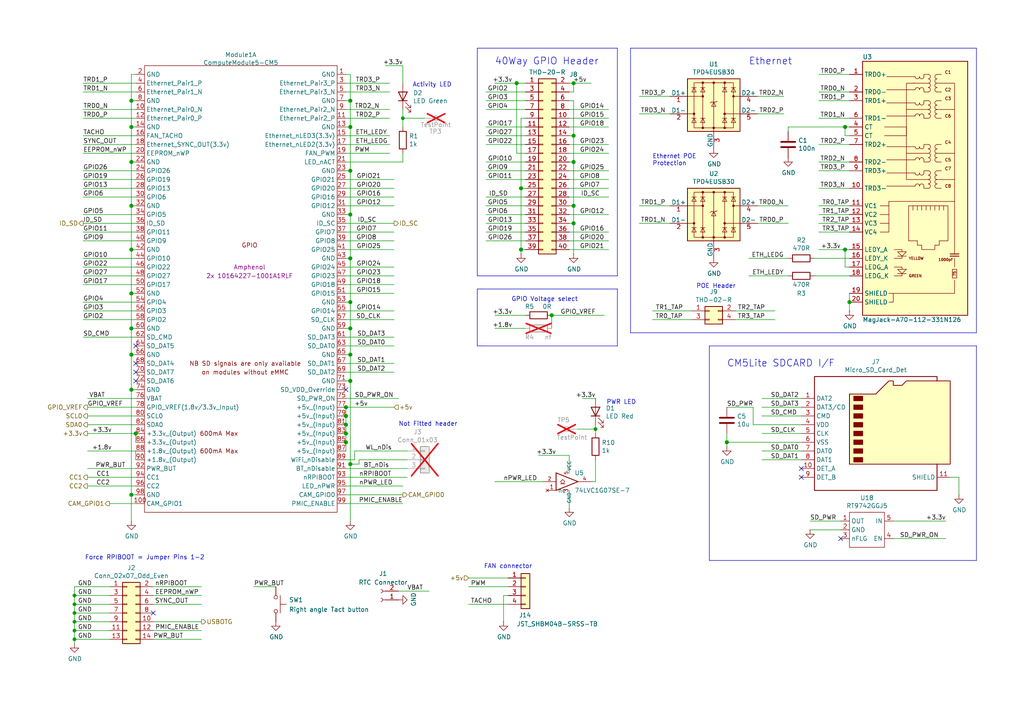
<source format=kicad_sch>
(kicad_sch (version 20231120) (generator "eeschema") (generator_version "8.0")
  (paper "A4")
  (title_block (title "Compute Module 5 IO Board - GPIO - Ethernet") (rev "1") (company "Copyright © 2024 Raspberry Pi Ltd.") (comment 1 "www.raspberrypi.com"))
  (junction (at 101.6 36.83) (diameter 1.016))
  (junction (at 245.11 72.39) (diameter 1.016))
  (junction (at 101.6 29.21) (diameter 1.016))
  (junction (at 101.6 102.87) (diameter 1.016))
  (junction (at 38.1 113.03) (diameter 1.016))
  (junction (at 246.38 87.63) (diameter 1.016))
  (junction (at 38.1 46.99) (diameter 1.016))
  (junction (at 100.33 125.73) (diameter 1.016))
  (junction (at 151.13 54.61) (diameter 1.016))
  (junction (at 166.37 39.37) (diameter 1.016))
  (junction (at 21.59 175.26))
  (junction (at 38.1 72.39) (diameter 1.016))
  (junction (at 100.33 123.19) (diameter 1.016))
  (junction (at 38.1 143.51) (diameter 1.016))
  (junction (at 166.37 59.69) (diameter 1.016))
  (junction (at 38.1 59.69) (diameter 1.016))
  (junction (at 101.6 62.23) (diameter 1.016))
  (junction (at 38.1 95.25) (diameter 1.016))
  (junction (at 100.33 118.11) (diameter 1.016))
  (junction (at 101.6 95.25) (diameter 1.016))
  (junction (at 166.37 64.77) (diameter 1.016))
  (junction (at 210.82 128.27) (diameter 1.016))
  (junction (at 166.37 24.13) (diameter 1.016))
  (junction (at 101.6 87.63) (diameter 1.016))
  (junction (at 166.37 46.99) (diameter 1.016))
  (junction (at 38.1 85.09) (diameter 1.016))
  (junction (at 100.33 120.65) (diameter 1.016))
  (junction (at 172.72 124.46))
  (junction (at 38.1 36.83) (diameter 1.016))
  (junction (at 39.37 125.73) (diameter 1.016))
  (junction (at 21.59 172.72))
  (junction (at 38.1 102.87) (diameter 1.016))
  (junction (at 160.02 91.44) (diameter 1.016))
  (junction (at 38.1 29.21) (diameter 1.016))
  (junction (at 21.59 177.8))
  (junction (at 245.11 36.83) (diameter 1.016))
  (junction (at 100.33 128.27) (diameter 1.016))
  (junction (at 116.84 34.29))
  (junction (at 151.13 72.39) (diameter 1.016))
  (junction (at 21.59 185.42))
  (junction (at 101.6 110.49) (diameter 1.016))
  (junction (at 101.6 134.62) (diameter 1.016))
  (junction (at 101.6 49.53) (diameter 1.016))
  (junction (at 21.59 182.88))
  (junction (at 21.59 180.34))
  (junction (at 101.6 74.93) (diameter 1.016))
  (junction (at 149.86 24.13) (diameter 1.016))
  (no_connect (at 39.37 107.95))
  (no_connect (at 100.33 113.03))
  (no_connect (at 39.37 100.33))
  (no_connect (at 243.84 156.21))
  (no_connect (at 39.37 105.41))
  (no_connect (at 232.41 138.43))
  (no_connect (at 232.41 135.89))
  (no_connect (at 44.45 177.8))
  (no_connect (at 39.37 110.49))
  (wire (pts (xy 275.59 138.43) (xy 278.13 138.43)))
  (wire (pts (xy 101.6 110.49) (xy 101.6 134.62)))
  (polyline (pts (xy 138.43 13.97) (xy 138.43 80.01)) (stroke (width 0) (type solid)))
  (wire (pts (xy 44.45 175.26) (xy 58.42 175.26)))
  (polyline (pts (xy 138.43 80.01) (xy 179.07 80.01)) (stroke (width 0) (type solid)))
  (wire (pts (xy 100.33 135.89) (xy 118.11 135.89)))
  (wire (pts (xy 100.33 102.87) (xy 101.6 102.87)))
  (wire (pts (xy 24.13 90.17) (xy 39.37 90.17)))
  (wire (pts (xy 39.37 133.35) (xy 39.37 130.81)))
  (wire (pts (xy 237.49 41.91) (xy 246.38 41.91)))
  (wire (pts (xy 165.1 52.07) (xy 176.53 52.07)))
  (wire (pts (xy 24.13 44.45) (xy 39.37 44.45)))
  (wire (pts (xy 100.33 95.25) (xy 101.6 95.25)))
  (wire (pts (xy 165.1 34.29) (xy 176.53 34.29)))
  (wire (pts (xy 101.6 102.87) (xy 101.6 110.49)))
  (wire (pts (xy 100.33 100.33) (xy 114.3 100.33)))
  (wire (pts (xy 217.17 74.93) (xy 228.6 74.93)))
  (wire (pts (xy 39.37 128.27) (xy 39.37 125.73)))
  (wire (pts (xy 21.59 172.72) (xy 31.75 172.72)))
  (wire (pts (xy 115.57 171.45) (xy 124.46 171.45)))
  (wire (pts (xy 100.33 118.11) (xy 114.3 118.11)))
  (wire (pts (xy 101.6 36.83) (xy 101.6 49.53)))
  (wire (pts (xy 44.45 172.72) (xy 58.42 172.72)))
  (polyline (pts (xy 179.07 83.82) (xy 179.07 100.33)) (stroke (width 0) (type solid)))
  (wire (pts (xy 24.13 92.71) (xy 39.37 92.71)))
  (wire (pts (xy 116.84 36.83) (xy 116.84 34.29)))
  (wire (pts (xy 24.13 31.75) (xy 39.37 31.75)))
  (wire (pts (xy 24.13 77.47) (xy 39.37 77.47)))
  (wire (pts (xy 100.33 29.21) (xy 101.6 29.21)))
  (wire (pts (xy 220.98 120.65) (xy 232.41 120.65)))
  (wire (pts (xy 21.59 170.18) (xy 31.75 170.18)))
  (wire (pts (xy 100.33 90.17) (xy 114.3 90.17)))
  (wire (pts (xy 21.59 185.42) (xy 31.75 185.42)))
  (wire (pts (xy 24.13 82.55) (xy 39.37 82.55)))
  (wire (pts (xy 166.37 64.77) (xy 166.37 59.69)))
  (wire (pts (xy 24.13 80.01) (xy 39.37 80.01)))
  (wire (pts (xy 100.33 34.29) (xy 113.03 34.29)))
  (wire (pts (xy 39.37 36.83) (xy 38.1 36.83)))
  (wire (pts (xy 100.33 44.45) (xy 113.03 44.45)))
  (wire (pts (xy 100.33 31.75) (xy 113.03 31.75)))
  (wire (pts (xy 102.87 133.35) (xy 102.87 130.81)))
  (wire (pts (xy 24.13 67.31) (xy 39.37 67.31)))
  (wire (pts (xy 237.49 59.69) (xy 246.38 59.69)))
  (wire (pts (xy 104.14 133.35) (xy 118.11 133.35)))
  (wire (pts (xy 100.33 87.63) (xy 101.6 87.63)))
  (wire (pts (xy 166.37 39.37) (xy 166.37 46.99)))
  (wire (pts (xy 24.13 39.37) (xy 39.37 39.37)))
  (wire (pts (xy 39.37 21.59) (xy 38.1 21.59)))
  (wire (pts (xy 101.6 21.59) (xy 101.6 29.21)))
  (wire (pts (xy 236.22 80.01) (xy 246.38 80.01)))
  (wire (pts (xy 101.6 29.21) (xy 101.6 36.83)))
  (wire (pts (xy 38.1 143.51) (xy 38.1 151.13)))
  (wire (pts (xy 165.1 67.31) (xy 176.53 67.31)))
  (wire (pts (xy 146.05 172.72) (xy 146.05 180.34)))
  (wire (pts (xy 219.71 33.02) (xy 227.33 33.02)))
  (wire (pts (xy 165.1 142.24) (xy 165.1 147.32)))
  (wire (pts (xy 100.33 57.15) (xy 114.3 57.15)))
  (wire (pts (xy 167.64 124.46) (xy 172.72 124.46)))
  (wire (pts (xy 165.1 137.16) (xy 165.1 132.08)))
  (wire (pts (xy 100.33 143.51) (xy 116.84 143.51)))
  (wire (pts (xy 166.37 46.99) (xy 165.1 46.99)))
  (wire (pts (xy 100.33 107.95) (xy 114.3 107.95)))
  (wire (pts (xy 100.33 80.01) (xy 114.3 80.01)))
  (wire (pts (xy 151.13 72.39) (xy 151.13 73.66)))
  (wire (pts (xy 25.4 138.43) (xy 39.37 138.43)))
  (wire (pts (xy 101.6 95.25) (xy 101.6 102.87)))
  (wire (pts (xy 38.1 72.39) (xy 38.1 85.09)))
  (wire (pts (xy 213.36 92.71) (xy 224.79 92.71)))
  (wire (pts (xy 210.82 128.27) (xy 232.41 128.27)))
  (wire (pts (xy 101.6 49.53) (xy 101.6 62.23)))
  (wire (pts (xy 143.51 95.25) (xy 152.4 95.25)))
  (wire (pts (xy 24.13 74.93) (xy 39.37 74.93)))
  (polyline (pts (xy 182.88 13.97) (xy 283.21 13.97)) (stroke (width 0) (type solid)))
  (wire (pts (xy 100.33 140.97) (xy 116.84 140.97)))
  (wire (pts (xy 165.1 36.83) (xy 176.53 36.83)))
  (wire (pts (xy 149.86 44.45) (xy 152.4 44.45)))
  (wire (pts (xy 39.37 29.21) (xy 38.1 29.21)))
  (wire (pts (xy 21.59 180.34) (xy 31.75 180.34)))
  (wire (pts (xy 213.36 90.17) (xy 224.79 90.17)))
  (wire (pts (xy 44.45 182.88) (xy 58.42 182.88)))
  (polyline (pts (xy 179.07 13.97) (xy 138.43 13.97)) (stroke (width 0) (type solid)))
  (wire (pts (xy 25.4 140.97) (xy 39.37 140.97)))
  (wire (pts (xy 25.4 135.89) (xy 39.37 135.89)))
  (wire (pts (xy 189.23 90.17) (xy 200.66 90.17)))
  (wire (pts (xy 100.33 128.27) (xy 100.33 130.81)))
  (wire (pts (xy 44.45 170.18) (xy 58.42 170.18)))
  (wire (pts (xy 243.84 153.67) (xy 234.95 153.67)))
  (wire (pts (xy 246.38 36.83) (xy 245.11 36.83)))
  (wire (pts (xy 194.31 64.77) (xy 185.42 64.77)))
  (wire (pts (xy 140.97 49.53) (xy 152.4 49.53)))
  (wire (pts (xy 100.33 41.91) (xy 113.03 41.91)))
  (wire (pts (xy 21.59 177.8) (xy 21.59 180.34)))
  (wire (pts (xy 100.33 115.57) (xy 115.57 115.57)))
  (wire (pts (xy 114.3 97.79) (xy 100.33 97.79)))
  (wire (pts (xy 24.13 26.67) (xy 39.37 26.67)))
  (wire (pts (xy 166.37 24.13) (xy 171.45 24.13)))
  (wire (pts (xy 217.17 80.01) (xy 228.6 80.01)))
  (wire (pts (xy 24.13 49.53) (xy 39.37 49.53)))
  (wire (pts (xy 243.84 151.13) (xy 234.95 151.13)))
  (wire (pts (xy 140.97 59.69) (xy 152.4 59.69)))
  (wire (pts (xy 100.33 120.65) (xy 100.33 123.19)))
  (wire (pts (xy 237.49 26.67) (xy 246.38 26.67)))
  (wire (pts (xy 100.33 74.93) (xy 101.6 74.93)))
  (wire (pts (xy 100.33 39.37) (xy 113.03 39.37)))
  (wire (pts (xy 140.97 67.31) (xy 152.4 67.31)))
  (wire (pts (xy 210.82 125.73) (xy 210.82 128.27)))
  (wire (pts (xy 165.1 41.91) (xy 176.53 41.91)))
  (polyline (pts (xy 139.7 83.82) (xy 179.07 83.82)) (stroke (width 0) (type solid)))
  (polyline (pts (xy 283.21 162.56) (xy 205.74 162.56)) (stroke (width 0) (type solid)))
  (wire (pts (xy 140.97 46.99) (xy 152.4 46.99)))
  (wire (pts (xy 100.33 138.43) (xy 118.11 138.43)))
  (wire (pts (xy 38.1 95.25) (xy 39.37 95.25)))
  (wire (pts (xy 44.45 185.42) (xy 58.42 185.42)))
  (wire (pts (xy 218.44 123.19) (xy 218.44 118.11)))
  (wire (pts (xy 38.1 102.87) (xy 38.1 113.03)))
  (wire (pts (xy 38.1 85.09) (xy 38.1 95.25)))
  (wire (pts (xy 31.75 146.05) (xy 39.37 146.05)))
  (wire (pts (xy 116.84 19.05) (xy 116.84 24.13)))
  (wire (pts (xy 152.4 34.29) (xy 151.13 34.29)))
  (wire (pts (xy 237.49 64.77) (xy 246.38 64.77)))
  (wire (pts (xy 21.59 175.26) (xy 31.75 175.26)))
  (wire (pts (xy 116.84 34.29) (xy 116.84 31.75)))
  (wire (pts (xy 236.22 74.93) (xy 246.38 74.93)))
  (wire (pts (xy 140.97 62.23) (xy 152.4 62.23)))
  (wire (pts (xy 237.49 29.21) (xy 246.38 29.21)))
  (wire (pts (xy 165.1 72.39) (xy 176.53 72.39)))
  (wire (pts (xy 165.1 24.13) (xy 166.37 24.13)))
  (wire (pts (xy 104.14 134.62) (xy 104.14 133.35)))
  (wire (pts (xy 101.6 134.62) (xy 101.6 151.13)))
  (wire (pts (xy 278.13 138.43) (xy 278.13 143.51)))
  (wire (pts (xy 38.1 59.69) (xy 38.1 72.39)))
  (wire (pts (xy 21.59 177.8) (xy 31.75 177.8)))
  (wire (pts (xy 38.1 113.03) (xy 39.37 113.03)))
  (wire (pts (xy 38.1 72.39) (xy 39.37 72.39)))
  (wire (pts (xy 24.13 54.61) (xy 39.37 54.61)))
  (wire (pts (xy 100.33 52.07) (xy 114.3 52.07)))
  (wire (pts (xy 246.38 87.63) (xy 246.38 90.17)))
  (wire (pts (xy 25.4 130.81) (xy 39.37 130.81)))
  (wire (pts (xy 24.13 97.79) (xy 39.37 97.79)))
  (wire (pts (xy 237.49 49.53) (xy 246.38 49.53)))
  (wire (pts (xy 24.13 24.13) (xy 39.37 24.13)))
  (polyline (pts (xy 283.21 100.33) (xy 283.21 162.56)) (stroke (width 0) (type solid)))
  (wire (pts (xy 100.33 62.23) (xy 101.6 62.23)))
  (wire (pts (xy 143.51 24.13) (xy 149.86 24.13)))
  (wire (pts (xy 246.38 85.09) (xy 246.38 87.63)))
  (wire (pts (xy 100.33 24.13) (xy 113.03 24.13)))
  (wire (pts (xy 100.33 36.83) (xy 101.6 36.83)))
  (wire (pts (xy 38.1 95.25) (xy 38.1 102.87)))
  (wire (pts (xy 172.72 133.35) (xy 172.72 139.7)))
  (wire (pts (xy 39.37 143.51) (xy 38.1 143.51)))
  (wire (pts (xy 24.13 57.15) (xy 39.37 57.15)))
  (wire (pts (xy 166.37 64.77) (xy 166.37 73.66)))
  (wire (pts (xy 185.42 59.69) (xy 194.31 59.69)))
  (wire (pts (xy 245.11 39.37) (xy 245.11 36.83)))
  (wire (pts (xy 220.98 130.81) (xy 232.41 130.81)))
  (wire (pts (xy 25.4 123.19) (xy 39.37 123.19)))
  (wire (pts (xy 38.1 113.03) (xy 38.1 143.51)))
  (wire (pts (xy 165.1 132.08) (xy 156.21 132.08)))
  (wire (pts (xy 237.49 72.39) (xy 245.11 72.39)))
  (wire (pts (xy 172.72 123.19) (xy 172.72 124.46)))
  (wire (pts (xy 228.6 36.83) (xy 245.11 36.83)))
  (wire (pts (xy 102.87 130.81) (xy 118.11 130.81)))
  (wire (pts (xy 100.33 146.05) (xy 116.84 146.05)))
  (wire (pts (xy 220.98 115.57) (xy 232.41 115.57)))
  (wire (pts (xy 100.33 64.77) (xy 114.3 64.77)))
  (wire (pts (xy 140.97 36.83) (xy 152.4 36.83)))
  (wire (pts (xy 259.08 151.13) (xy 274.32 151.13)))
  (wire (pts (xy 101.6 87.63) (xy 101.6 95.25)))
  (wire (pts (xy 147.32 172.72) (xy 146.05 172.72)))
  (wire (pts (xy 100.33 54.61) (xy 114.3 54.61)))
  (wire (pts (xy 245.11 77.47) (xy 245.11 72.39)))
  (wire (pts (xy 237.49 21.59) (xy 246.38 21.59)))
  (wire (pts (xy 116.84 46.99) (xy 116.84 44.45)))
  (wire (pts (xy 100.33 133.35) (xy 102.87 133.35)))
  (wire (pts (xy 100.33 69.85) (xy 114.3 69.85)))
  (wire (pts (xy 114.3 105.41) (xy 100.33 105.41)))
  (polyline (pts (xy 283.21 96.52) (xy 182.88 96.52)) (stroke (width 0) (type solid)))
  (wire (pts (xy 25.4 118.11) (xy 39.37 118.11)))
  (wire (pts (xy 140.97 29.21) (xy 152.4 29.21)))
  (wire (pts (xy 219.71 27.94) (xy 227.33 27.94)))
  (wire (pts (xy 21.59 180.34) (xy 21.59 182.88)))
  (polyline (pts (xy 182.88 96.52) (xy 182.88 13.97)) (stroke (width 0) (type solid)))
  (wire (pts (xy 100.33 85.09) (xy 114.3 85.09)))
  (polyline (pts (xy 205.74 162.56) (xy 205.74 100.33)) (stroke (width 0) (type solid)))
  (wire (pts (xy 135.89 170.18) (xy 147.32 170.18)))
  (wire (pts (xy 143.51 91.44) (xy 152.4 91.44)))
  (wire (pts (xy 140.97 26.67) (xy 152.4 26.67)))
  (wire (pts (xy 166.37 59.69) (xy 166.37 46.99)))
  (wire (pts (xy 24.13 34.29) (xy 39.37 34.29)))
  (wire (pts (xy 25.4 115.57) (xy 39.37 115.57)))
  (wire (pts (xy 165.1 31.75) (xy 176.53 31.75)))
  (wire (pts (xy 165.1 62.23) (xy 176.53 62.23)))
  (wire (pts (xy 140.97 57.15) (xy 152.4 57.15)))
  (wire (pts (xy 185.42 27.94) (xy 194.31 27.94)))
  (wire (pts (xy 25.4 125.73) (xy 39.37 125.73)))
  (wire (pts (xy 165.1 59.69) (xy 166.37 59.69)))
  (wire (pts (xy 100.33 59.69) (xy 114.3 59.69)))
  (wire (pts (xy 166.37 39.37) (xy 165.1 39.37)))
  (wire (pts (xy 245.11 72.39) (xy 246.38 72.39)))
  (wire (pts (xy 135.89 175.26) (xy 147.32 175.26)))
  (polyline (pts (xy 205.74 100.33) (xy 283.21 100.33)) (stroke (width 0) (type solid)))
  (wire (pts (xy 151.13 34.29) (xy 151.13 54.61)))
  (wire (pts (xy 114.3 92.71) (xy 100.33 92.71)))
  (wire (pts (xy 100.33 67.31) (xy 114.3 67.31)))
  (wire (pts (xy 140.97 31.75) (xy 152.4 31.75)))
  (wire (pts (xy 140.97 39.37) (xy 152.4 39.37)))
  (polyline (pts (xy 179.07 13.97) (xy 179.07 80.01)) (stroke (width 0) (type solid)))
  (polyline (pts (xy 283.21 13.97) (xy 283.21 96.52)) (stroke (width 0) (type solid)))
  (wire (pts (xy 149.86 24.13) (xy 149.86 44.45)))
  (wire (pts (xy 21.59 182.88) (xy 31.75 182.88)))
  (wire (pts (xy 166.37 29.21) (xy 166.37 39.37)))
  (wire (pts (xy 24.13 64.77) (xy 39.37 64.77)))
  (wire (pts (xy 172.72 139.7) (xy 171.45 139.7)))
  (wire (pts (xy 165.1 26.67) (xy 166.37 26.67)))
  (wire (pts (xy 25.4 120.65) (xy 39.37 120.65)))
  (wire (pts (xy 38.1 36.83) (xy 38.1 46.99)))
  (wire (pts (xy 100.33 46.99) (xy 116.84 46.99)))
  (wire (pts (xy 151.13 72.39) (xy 152.4 72.39)))
  (wire (pts (xy 185.42 33.02) (xy 194.31 33.02)))
  (wire (pts (xy 24.13 52.07) (xy 39.37 52.07)))
  (wire (pts (xy 151.13 54.61) (xy 152.4 54.61)))
  (polyline (pts (xy 138.43 100.33) (xy 138.43 83.82)) (stroke (width 0) (type solid)))
  (wire (pts (xy 160.02 91.44) (xy 175.26 91.44)))
  (wire (pts (xy 140.97 69.85) (xy 152.4 69.85)))
  (wire (pts (xy 237.49 67.31) (xy 246.38 67.31)))
  (wire (pts (xy 219.71 59.69) (xy 228.6 59.69)))
  (wire (pts (xy 172.72 115.57) (xy 168.91 115.57)))
  (wire (pts (xy 21.59 185.42) (xy 21.59 186.69)))
  (wire (pts (xy 100.33 72.39) (xy 114.3 72.39)))
  (wire (pts (xy 38.1 29.21) (xy 38.1 36.83)))
  (wire (pts (xy 100.33 21.59) (xy 101.6 21.59)))
  (wire (pts (xy 165.1 49.53) (xy 176.53 49.53)))
  (wire (pts (xy 237.49 34.29) (xy 246.38 34.29)))
  (wire (pts (xy 100.33 110.49) (xy 101.6 110.49)))
  (wire (pts (xy 246.38 77.47) (xy 245.11 77.47)))
  (wire (pts (xy 143.51 139.7) (xy 157.48 139.7)))
  (wire (pts (xy 24.13 69.85) (xy 39.37 69.85)))
  (wire (pts (xy 24.13 87.63) (xy 39.37 87.63)))
  (wire (pts (xy 100.33 118.11) (xy 100.33 120.65)))
  (wire (pts (xy 21.59 170.18) (xy 21.59 172.72)))
  (wire (pts (xy 111.76 19.05) (xy 116.84 19.05)))
  (wire (pts (xy 210.82 128.27) (xy 210.82 129.54)))
  (wire (pts (xy 100.33 49.53) (xy 101.6 49.53)))
  (wire (pts (xy 151.13 54.61) (xy 151.13 72.39)))
  (wire (pts (xy 100.33 26.67) (xy 113.03 26.67)))
  (wire (pts (xy 232.41 123.19) (xy 218.44 123.19)))
  (wire (pts (xy 165.1 44.45) (xy 176.53 44.45)))
  (wire (pts (xy 24.13 62.23) (xy 39.37 62.23)))
  (wire (pts (xy 237.49 46.99) (xy 246.38 46.99)))
  (wire (pts (xy 237.49 62.23) (xy 246.38 62.23)))
  (wire (pts (xy 219.71 64.77) (xy 228.6 64.77)))
  (wire (pts (xy 24.13 41.91) (xy 39.37 41.91)))
  (wire (pts (xy 259.08 156.21) (xy 274.32 156.21)))
  (wire (pts (xy 21.59 172.72) (xy 21.59 175.26)))
  (wire (pts (xy 189.23 92.71) (xy 200.66 92.71)))
  (wire (pts (xy 101.6 74.93) (xy 101.6 87.63)))
  (polyline (pts (xy 139.7 83.82) (xy 138.43 83.82)) (stroke (width 0) (type solid)))
  (wire (pts (xy 100.33 123.19) (xy 100.33 125.73)))
  (wire (pts (xy 228.6 38.1) (xy 228.6 36.83)))
  (wire (pts (xy 232.41 118.11) (xy 220.98 118.11)))
  (wire (pts (xy 140.97 64.77) (xy 152.4 64.77)))
  (wire (pts (xy 38.1 46.99) (xy 39.37 46.99)))
  (wire (pts (xy 140.97 52.07) (xy 152.4 52.07)))
  (wire (pts (xy 73.66 170.18) (xy 80.01 170.18)))
  (wire (pts (xy 237.49 54.61) (xy 246.38 54.61)))
  (wire (pts (xy 140.97 41.91) (xy 152.4 41.91)))
  (wire (pts (xy 38.1 21.59) (xy 38.1 29.21)))
  (wire (pts (xy 135.89 167.64) (xy 147.32 167.64)))
  (wire (pts (xy 38.1 85.09) (xy 39.37 85.09)))
  (wire (pts (xy 165.1 64.77) (xy 166.37 64.77)))
  (wire (pts (xy 100.33 125.73) (xy 100.33 128.27)))
  (wire (pts (xy 160.02 91.44) (xy 160.02 95.25)))
  (wire (pts (xy 100.33 77.47) (xy 114.3 77.47)))
  (wire (pts (xy 38.1 102.87) (xy 39.37 102.87)))
  (wire (pts (xy 38.1 59.69) (xy 39.37 59.69)))
  (polyline (pts (xy 179.07 100.33) (xy 139.7 100.33)) (stroke (width 0) (type solid)))
  (wire (pts (xy 152.4 24.13) (xy 149.86 24.13)))
  (wire (pts (xy 165.1 69.85) (xy 176.53 69.85)))
  (wire (pts (xy 172.72 124.46) (xy 172.72 125.73)))
  (wire (pts (xy 210.82 118.11) (xy 218.44 118.11)))
  (wire (pts (xy 246.38 39.37) (xy 245.11 39.37)))
  (wire (pts (xy 232.41 125.73) (xy 220.98 125.73)))
  (wire (pts (xy 166.37 26.67) (xy 166.37 24.13)))
  (wire (pts (xy 232.41 133.35) (xy 220.98 133.35)))
  (wire (pts (xy 44.45 180.34) (xy 58.42 180.34)))
  (wire (pts (xy 21.59 182.88) (xy 21.59 185.42)))
  (wire (pts (xy 100.33 82.55) (xy 114.3 82.55)))
  (wire (pts (xy 116.84 34.29) (xy 123.19 34.29)))
  (wire (pts (xy 101.6 62.23) (xy 101.6 74.93)))
  (wire (pts (xy 38.1 46.99) (xy 38.1 59.69)))
  (wire (pts (xy 165.1 57.15) (xy 176.53 57.15)))
  (wire (pts (xy 21.59 175.26) (xy 21.59 177.8)))
  (wire (pts (xy 101.6 134.62) (xy 104.14 134.62)))
  (wire (pts (xy 165.1 54.61) (xy 176.53 54.61)))
  (wire (pts (xy 165.1 29.21) (xy 166.37 29.21)))
  (polyline (pts (xy 138.43 100.33) (xy 139.7 100.33)) (stroke (width 0) (type solid)))
  (text "40Way GPIO Header" (at 143.51 19.05 0) (effects (font (size 2.007 2.007)) (justify left bottom)))
  (text "Activity LED" (at 119.634 25.4 0) (effects (font (size 1.27 1.27)) (justify left bottom)))
  (text "FAN connector\n" (at 140.335 165.1 0) (effects (font (size 1.27 1.27)) (justify left bottom)))
  (text "Ethernet POE\nProtection" (at 189.23 48.26 0) (effects (font (size 1.27 1.27)) (justify left bottom)))
  (text "GPIO Voltage select\n" (at 167.64 87.63 0) (effects (font (size 1.27 1.27)) (justify right bottom)))
  (text "Not Fitted header" (at 132.715 123.825 0) (effects (font (size 1.27 1.27)) (justify right bottom)))
  (text "POE Header" (at 201.93 83.82 0) (effects (font (size 1.27 1.27)) (justify left bottom)))
  (text "Force RPIBOOT = Jumper Pins 1-2 \n" (at 60.325 162.56 0) (effects (font (size 1.27 1.27)) (justify right bottom)))
  (text "PWR LED" (at 175.895 117.475 0) (effects (font (size 1.27 1.27)) (justify left bottom)))
  (text "Ethernet" (at 217.17 19.05 0) (effects (font (size 2.0066 2.0066)) (justify left bottom)))
  (text "CM5Lite SDCARD I/F" (at 210.82 106.68 0) (effects (font (size 2.007 2.007)) (justify left bottom)))
  (label "+1.8v" (at 148.59 95.25 180))
  (label "GPIO24" (at 175.26 44.45 180))
  (label "SD_DAT2" (at 111.76 107.95 180))
  (label "+5v" (at 170.18 24.13 180))
  (label "GPIO5" (at 24.13 62.23 0))
  (label "TRD3_N" (at 103.124 26.67 0))
  (label "GPIO2" (at 24.13 92.71 0))
  (label "GPIO9" (at 24.13 69.85 0))
  (label "TRD3_N" (at 245.11 54.61 180))
  (label "ETH_LEDG" (at 103.124 41.91 0))
  (label "SD_DAT1" (at 111.76 105.41 180))
  (label "TRD1_N" (at 193.04 64.77 180))
  (label "+3.3v" (at 148.59 24.13 180))
  (label "GPIO10" (at 24.13 74.93 0))
  (label "TRD3_P" (at 103.124 24.13 0))
  (label "GPIO6" (at 24.13 57.15 0))
  (label "TRD0_P" (at 227.33 64.77 180))
  (label "TRD3_P" (at 193.04 27.94 180))
  (label "GPIO8" (at 173.99 52.07 180))
  (label "GPIO20" (at 110.49 54.61 180))
  (label "SD_DAT2" (at 223.52 115.57 0))
  (label "GPIO25" (at 110.49 72.39 180))
  (label "GPIO2" (at 147.32 26.67 180))
  (label "SD_DAT0" (at 111.76 100.33 180))
  (label "GPIO26" (at 148.59 69.85 180))
  (label "GPIO15" (at 110.49 85.09 180))
  (label "GPIO13" (at 24.13 54.61 0))
  (label "TRD1_P" (at 193.04 59.69 180))
  (label "GPIO7" (at 109.22 67.31 180))
  (label "GPIO14" (at 110.49 90.17 180))
  (label "BT_nDis" (at 112.8776 135.89 180))
  (label "SD_PWR_ON" (at 260.985 156.21 0))
  (label "GPIO7" (at 173.99 54.61 180))
  (label "ETH_LEDY" (at 103.124 39.37 0))
  (label "VBAT" (at 118.11 171.45 0))
  (label "TR1_TAP" (at 198.12 90.17 180))
  (label "SD_PWR_ON" (at 102.87 115.57 0))
  (label "PWM" (at 102.87 44.45 0))
  (label "GPIO4" (at 24.13 87.63 0))
  (label "GPIO10" (at 148.59 46.99 180))
  (label "TRD1_P" (at 24.13 24.13 0))
  (label "CC1" (at 27.94 138.43 0))
  (label "TRD1_P" (at 245.11 29.21 180))
  (label "WL_nDis" (at 113.665 130.81 180))
  (label "GPIO6" (at 147.32 62.23 180))
  (label "+3.3v" (at 274.32 151.13 180))
  (label "GPIO17" (at 148.59 36.83 180))
  (label "+3.3v" (at 116.84 19.05 180))
  (label "GPIO19" (at 148.59 67.31 180))
  (label "GND" (at 26.67 182.88 180))
  (label "SD_DAT3" (at 111.76 97.79 180))
  (label "GPIO27" (at 24.13 80.01 0))
  (label "EEPROM_nWP" (at 24.13 44.45 0))
  (label "GPIO_VREF" (at 25.4 118.11 0))
  (label "SD_PWR" (at 210.82 118.11 0))
  (label "GPIO9" (at 147.32 49.53 180))
  (label "GPIO20" (at 175.26 69.85 180))
  (label "TR0_TAP" (at 198.0184 92.71 180))
  (label "SD_DAT0" (at 223.52 130.81 0))
  (label "GPIO21" (at 110.49 52.07 180))
  (label "GPIO23" (at 110.49 80.01 180))
  (label "ID_SD" (at 147.32 57.15 180))
  (label "GPIO16" (at 175.26 67.31 180))
  (label "TRD0_N" (at 24.13 31.75 0))
  (label "TRD3_P" (at 245.11 49.53 180))
  (label "ETH_LEDY" (at 227.33 80.01 180))
  (label "TRD0_N" (at 227.33 59.69 180))
  (label "TRD2_N" (at 227.33 27.94 180))
  (label "ETH_LEDG" (at 227.33 74.93 180))
  (label "TRD0_N" (at 245.11 26.67 180))
  (label "TR2_TAP" (at 246.38 64.77 180))
  (label "GPIO22" (at 148.59 41.91 180))
  (label "+1.8v" (at 26.67 130.81 0))
  (label "SYNC_OUT" (at 54.61 175.26 180))
  (label "PWR_BUT" (at 73.66 170.18 0))
  (label "GPIO18" (at 175.26 36.83 180))
  (label "SD_DAT3" (at 223.52 118.11 0))
  (label "TR2_TAP" (at 221.9198 90.17 180))
  (label "SD_CLK" (at 110.49 92.71 180))
  (label "GND" (at 26.67 170.18 180))
  (label "GPIO16" (at 110.49 57.15 180))
  (label "GPIO12" (at 110.49 59.69 180))
  (label "GPIO23" (at 175.26 41.91 180))
  (label "+3.3v" (at 26.67 125.73 0))
  (label "SD_CMD" (at 223.52 120.65 0))
  (label "PWM" (at 136.525 170.18 0))
  (label "ID_SC" (at 173.99 57.15 180))
  (label "GPIO8" (at 109.22 69.85 180))
  (label "GPIO17" (at 24.13 82.55 0))
  (label "SYNC_OUT" (at 24.13 41.91 0))
  (label "nPWR_LED" (at 146.05 139.7 0))
  (label "SD_PWR" (at 234.95 151.13 0))
  (label "SD_DAT1" (at 223.52 133.35 0))
  (label "TRD0_P" (at 245.11 21.59 180))
  (label "GPIO18" (at 110.49 82.55 180))
  (label "TRD2_N" (at 102.87 31.75 0))
  (label "GPIO15" (at 175.26 34.29 180))
  (label "GPIO5" (at 147.32 59.69 180))
  (label "nPWR_LED" (at 104.14 140.97 0))
  (label "PMIC_ENABLE" (at 57.785 182.88 180))
  (label "TR3_TAP" (at 221.8944 92.71 180))
  (label "GPIO3" (at 147.32 29.21 180))
  (label "TRD0_P" (at 24.13 34.29 0))
  (label "nRPIBOOT" (at 54.356 170.18 180))
  (label "+3.3v" (at 148.59 91.44 180))
  (label "GND" (at 26.67 177.8 180))
  (label "GND" (at 26.67 185.42 180))
  (label "GPIO26" (at 24.13 49.53 0))
  (label "TACHO" (at 136.525 175.26 0))
  (label "PWR_BUT" (at 27.686 135.89 0))
  (label "GPIO12" (at 175.26 62.23 180))
  (label "+3.3v" (at 161.29 132.08 180))
  (label "nRPIBOOT" (at 104.14 138.43 0))
  (label "EEPROM_nWP" (at 57.658 172.72 180))
  (label "GPIO11" (at 24.13 67.31 0))
  (label "ID_SD" (at 24.13 64.77 0))
  (label "TRD1_N" (at 24.13 26.67 0))
  (label "GPIO24" (at 110.49 77.47 180))
  (label "GND" (at 26.67 175.26 180))
  (label "TRD3_N" (at 193.04 33.02 180))
  (label "GPIO27" (at 148.59 39.37 180))
  (label "TR1_TAP" (at 246.38 62.23 180))
  (label "VBAT" (at 30.48 115.57 180))
  (label "ID_SC" (at 109.22 64.77 180))
  (label "TRD2_P" (at 245.11 41.91 180))
  (label "GPIO21" (at 175.26 72.39 180))
  (label "CC2" (at 27.94 140.97 0))
  (label "GPIO14" (at 175.26 31.75 180))
  (label "TACHO" (at 24.13 39.37 0))
  (label "GPIO25" (at 175.26 49.53 180))
  (label "TRD2_N" (at 245.11 46.99 180))
  (label "TR0_TAP" (at 246.38 59.69 180))
  (label "+5v" (at 106.68 118.11 180))
  (label "SD_CMD" (at 24.13 97.79 0))
  (label "TRD1_N" (at 245.11 34.29 180))
  (label "PMIC_ENABLE" (at 116.84 146.05 180))
  (label "+3.3v" (at 172.72 115.57 180))
  (label "GPIO13" (at 148.59 64.77 180))
  (label "GPIO_VREF" (at 162.56 91.44 0))
  (label "TRD2_P" (at 103.124 34.29 0))
  (label "GND" (at 26.67 172.72 180))
  (label "GPIO19" (at 24.13 52.07 0))
  (label "GPIO11" (at 148.59 52.07 180))
  (label "PWR_BUT" (at 44.45 185.42 0))
  (label "TR3_TAP" (at 246.38 67.31 180))
  (label "SD_CLK" (at 223.52 125.73 0))
  (label "GND" (at 26.67 180.34 180))
  (label "GPIO4" (at 147.32 31.75 180))
  (label "+3.3v" (at 243.84 72.39 180))
  (label "GPIO22" (at 24.13 77.47 0))
  (label "TRD2_P" (at 227.33 33.02 180))
  (label "GPIO3" (at 24.13 90.17 0))
  (hierarchical_label "CC1" (shape output) (at 25.4 138.43 180))
  (hierarchical_label "ID_SD" (shape output) (at 24.13 64.77 180))
  (hierarchical_label "SDA0" (shape output) (at 25.4 123.19 180))
  (hierarchical_label "CAM_GPIO1" (shape output) (at 31.75 146.05 180))
  (hierarchical_label "CC2" (shape output) (at 25.4 140.97 180))
  (hierarchical_label "+3.3v" (shape output) (at 25.4 125.73 180))
  (hierarchical_label "GPIO_VREF" (shape output) (at 25.4 118.11 180))
  (hierarchical_label "ID_SC" (shape output) (at 114.3 64.77 0))
  (hierarchical_label "SCL0" (shape output) (at 25.4 120.65 180))
  (hierarchical_label "+5v" (shape input) (at 135.89 167.64 180))
  (hierarchical_label "CAM_GPIO0" (shape output) (at 116.84 143.51 0))
  (hierarchical_label "+5v" (shape input) (at 114.3 118.11 0))
  (hierarchical_label "USBOTG" (shape output) (at 58.42 180.34 0))
  (symbol (lib_id "CM5IO:74LVC1G07_copy") (at 165.1 139.7 0) (unit 1)
    (property "Reference" "U5" (at 166.624 137.16 0) (effects (justify left)))
    (property "Value" "74LVC1G07SE-7" (at 166.624 142.24 0) (effects (justify left)))
    (property "Footprint" "Package_TO_SOT_SMD:SOT-353_SC-70-5" (effects (hide yes)))
    (property "Datasheet" "https://www.diodes.com/assets/Datasheets/74LVC1G07.pdf" (effects (hide yes)))
    (property "Field4" "Farnell" (effects (hide yes)))
    (property "Field5" "2425492" (effects (hide yes)))
    (property "Field6" "74LVC1G07SE-7" (effects (hide yes)))
    (property "Field7" "Diodes" (effects (hide yes)))
    (property "Part Description" "Buffer, Non-Inverting 1 Element 1 Bit per Element Open Drain Output SOT-353" (effects (hide yes)))
  )
  (symbol (lib_id "CM5IO:RT9742GGJ5") (at 252.73 161.29 0) (unit 1)
    (property "Reference" "U18" (at 251.46 144.399 0))
    (property "Value" "RT9742GGJ5" (at 251.46 146.7104 0))
    (property "Footprint" "Package_TO_SOT_SMD:SOT-23-5" (effects (hide yes)))
    (property "Datasheet" "https://www.richtek.com/assets/product_file/RT9742/DS9742-00.pdf" (effects (hide yes)))
    (property "Field4" "Farnell" (effects (hide yes)))
    (property "Field5" "	2545875" (effects (hide yes)))
    (property "Field6" "RT9742GGJ5" (effects (hide yes)))
    (property "Field7" "RichTek" (effects (hide yes)))
    (property "Field8" "USWI00166" (effects (hide yes)))
    (property "Part Description" "	Power Switch/Driver 1:1 N-Channel 1A TSOT-23-5" (effects (hide yes)))
  )
  (symbol (lib_id "power:GND") (at 234.95 153.67 0) (unit 1)
    (property "Reference" "#PWR0113" (effects (hide yes)))
    (property "Value" "GND" (at 235.077 158.0642 0))
    (property "Description" "Power symbol creates a global label with name \"GND\" , ground" (effects (hide yes)))
  )
  (symbol (lib_id "CM5IO:ComputeModule5-CM5") (at 72.39 77.47 0) (unit 1)
    (property "Reference" "Module1" (at 69.85 15.875 0))
    (property "Value" "ComputeModule5-CM5" (at 69.85 18.1864 0))
    (property "Footprint" "CM5IO:Raspberry-Pi-5-Compute-Module" (effects (hide yes)))
    (property "Description" "RaspberryPi Compute module 5" (effects (hide yes)))
    (property "Field4" "Amphenol" (at 72.39 77.47 0))
    (property "Field5" "2x 10164227-1001A1RLF" (at 72.39 80.01 0))
    (property "Field6" "2x 10164227-1001A1RLF" (effects (hide yes)))
    (property "Field7" "Hirose" (effects (hide yes)))
    (property "Part Description" "	100 Position Connector Receptacle, Center Strip Contacts Surface Mount Gold" (effects (hide yes)))
  )
  (symbol (lib_id "Device:C") (at 228.6 41.91 0) (unit 1)
    (property "Reference" "C1" (at 231.521 40.7416 0) (effects (justify left)))
    (property "Value" "100n" (at 231.521 43.053 0) (effects (justify left)))
    (property "Footprint" "Capacitor_SMD:C_0402_1005Metric" (effects (hide yes)))
    (property "Datasheet" "https://search.murata.co.jp/Ceramy/image/img/A01X/G101/ENG/GRM155R71C104KA88-01.pdf" (effects (hide yes)))
    (property "Field4" "Farnell" (effects (hide yes)))
    (property "Field5" "2611911" (effects (hide yes)))
    (property "Field6" "RM EMK105 B7104KV-F" (effects (hide yes)))
    (property "Field7" "TAIYO YUDEN EUROPE GMBH" (effects (hide yes)))
    (property "Part Description" "	0.1uF 10% 16V Ceramic Capacitor X7R 0402 (1005 Metric)" (effects (hide yes)))
    (property "Field8" "110091611" (effects (hide yes)))
  )
  (symbol (lib_id "power:GND") (at 228.6 45.72 0) (unit 1)
    (property "Reference" "#PWR0101" (effects (hide yes)))
    (property "Value" "GND" (at 228.727 50.1142 0))
    (property "Description" "Power symbol creates a global label with name \"GND\" , ground" (effects (hide yes)))
  )
  (symbol (lib_id "Connector_Generic:Conn_02x02_Odd_Even") (at 205.74 90.17 0) (unit 1)
    (property "Reference" "J9" (at 207.01 84.6582 0))
    (property "Value" "THD-02-R" (at 207.01 86.9696 0))
    (property "Footprint" "Connector_PinHeader_2.54mm:PinHeader_2x02_P2.54mm_Vertical" (effects (hide yes)))
    (property "Datasheet" "https://www.toby.co.uk/uploads/publications/1673.pdf" (effects (hide yes)))
    (property "Field4" "Toby" (effects (hide yes)))
    (property "Field5" "THD-02-R" (effects (hide yes)))
    (property "Field6" "151-604-425-761" (effects (hide yes)))
    (property "Field7" "EDAC" (effects (hide yes)))
    (property "Field8" "UCON00791" (effects (hide yes)))
    (property "Part Description" "PinHeader_2x02_P2.54mm_Vertical" (effects (hide yes)))
  )
  (symbol (lib_id "Connector_Generic:Conn_02x20_Odd_Even") (at 157.48 46.99 0) (unit 1)
    (property "Reference" "J8" (at 166.37 21.59 0))
    (property "Value" "THD-20-R" (at 158.75 20.9296 0))
    (property "Footprint" "Connector_PinHeader_2.54mm:PinHeader_2x20_P2.54mm_Vertical" (effects (hide yes)))
    (property "Datasheet" "https://www.toby.co.uk/uploads/publications/1673.pdf" (effects (hide yes)))
    (property "Field4" "Toby" (effects (hide yes)))
    (property "Field5" "THD-20-R" (effects (hide yes)))
    (property "Field6" "THD-20-R" (effects (hide yes)))
    (property "Field7" "Toby" (effects (hide yes)))
    (property "Field8" "UCON00511" (effects (hide yes)))
    (property "Part Description" "PinHeader_2x20_P2.54mm_Vertical" (effects (hide yes)))
  )
  (symbol (lib_id "Device:C") (at 210.82 121.92 0) (unit 1)
    (property "Reference" "C5" (at 213.741 120.7516 0) (effects (justify left)))
    (property "Value" "10u" (at 213.741 123.063 0) (effects (justify left)))
    (property "Footprint" "Capacitor_SMD:C_0805_2012Metric" (effects (hide yes)))
    (property "Datasheet" "https://search.murata.co.jp/Ceramy/image/img/A01X/G101/ENG/GRM21BR71A106KA73-01.pdf" (effects (hide yes)))
    (property "Field5" "490-14381-1-ND" (effects (hide yes)))
    (property "Field4" "Digikey" (effects (hide yes)))
    (property "Field6" "GRM21BR71A106KA73L" (effects (hide yes)))
    (property "Field7" "Murata" (effects (hide yes)))
    (property "Part Description" "	10uF 10% 10V Ceramic Capacitor X7R 0805 (2012 Metric)" (effects (hide yes)))
    (property "Field8" "111893011" (effects (hide yes)))
  )
  (symbol (lib_id "power:GND") (at 166.37 73.66 0) (unit 1)
    (property "Reference" "#PWR0102" (effects (hide yes)))
    (property "Value" "GND" (at 166.497 78.0542 0))
    (property "Description" "Power symbol creates a global label with name \"GND\" , ground" (effects (hide yes)))
  )
  (symbol (lib_id "power:GND") (at 151.13 73.66 0) (unit 1)
    (property "Reference" "#PWR0103" (effects (hide yes)))
    (property "Value" "GND" (at 151.257 78.0542 0))
    (property "Description" "Power symbol creates a global label with name \"GND\" , ground" (effects (hide yes)))
  )
  (symbol (lib_id "Device:R") (at 232.41 74.93 270) (unit 1)
    (property "Reference" "R2" (at 232.41 69.6722 90))
    (property "Value" "470R" (at 232.41 71.9836 90))
    (property "Footprint" "Resistor_SMD:R_0402_1005Metric" (effects (hide yes)))
    (property "Datasheet" "https://fscdn.rohm.com/en/products/databook/datasheet/passive/resistor/chip_resistor/mcr-e.pdf" (effects (hide yes)))
    (property "Field4" "Farnell" (effects (hide yes)))
    (property "Field5" "9239197" (effects (hide yes)))
    (property "Field7" "KOA EUROPE GMBH" (effects (hide yes)))
    (property "Field6" "RK73G1ETQTP4700D         " (effects (hide yes)))
    (property "Field8" "120887981" (effects (hide yes)))
    (property "Part Description" "Resistor 470R M1005 1% 63mW" (effects (hide yes)))
  )
  (symbol (lib_id "Device:R") (at 232.41 80.01 270) (unit 1)
    (property "Reference" "R3" (at 232.41 85.09 90))
    (property "Value" "470R" (at 232.41 82.55 90))
    (property "Footprint" "Resistor_SMD:R_0402_1005Metric" (effects (hide yes)))
    (property "Datasheet" "https://fscdn.rohm.com/en/products/databook/datasheet/passive/resistor/chip_resistor/mcr-e.pdf" (effects (hide yes)))
    (property "Field4" "Farnell" (effects (hide yes)))
    (property "Field5" "9239197" (effects (hide yes)))
    (property "Field7" "KOA EUROPE GMBH" (effects (hide yes)))
    (property "Field6" "RK73G1ETQTP4700D         " (effects (hide yes)))
    (property "Field8" "120887981" (effects (hide yes)))
    (property "Part Description" "Resistor 470R M1005 1% 63mW" (effects (hide yes)))
  )
  (symbol (lib_id "power:GND") (at 38.1 151.13 0) (unit 1)
    (property "Reference" "#PWR0104" (effects (hide yes)))
    (property "Value" "GND" (at 38.227 155.5242 0))
    (property "Description" "Power symbol creates a global label with name \"GND\" , ground" (effects (hide yes)))
  )
  (symbol (lib_id "power:GND") (at 101.6 151.13 0) (unit 1)
    (property "Reference" "#PWR0105" (effects (hide yes)))
    (property "Value" "GND" (at 101.727 155.5242 0))
    (property "Description" "Power symbol creates a global label with name \"GND\" , ground" (effects (hide yes)))
  )
  (symbol (lib_id "Device:LED") (at 116.84 27.94 90) (unit 1)
    (property "Reference" "D2" (at 119.8118 26.9494 90) (effects (justify right)))
    (property "Value" "LED Green" (at 119.8118 29.2608 90) (effects (justify right)))
    (property "Footprint" "LED_SMD:LED_0603_1608Metric" (effects (hide yes)))
    (property "Datasheet" "http://optoelectronics.liteon.com/upload/download/DS22-2000-226/LTST-S270KGKT.pdf" (effects (hide yes)))
    (property "Field4" "Digikey " (effects (hide yes)))
    (property "Field5" "LTST-S270KGKT" (effects (hide yes)))
    (property "Field6" "SML-A12M8TT86N" (effects (hide yes)))
    (property "Field7" "Rohm" (effects (hide yes)))
    (property "Field8" "650263301" (effects (hide yes)))
    (property "Part Description" "	Green 572nm LED Indication - Discrete 2.2V 2-SMD, No Lead" (effects (hide yes)))
  )
  (symbol (lib_id "Device:R") (at 116.84 40.64 0) (unit 1)
    (property "Reference" "R1" (at 118.618 39.4716 0) (effects (justify left)))
    (property "Value" "1k" (at 118.618 41.783 0) (effects (justify left)))
    (property "Footprint" "Resistor_SMD:R_0402_1005Metric" (effects (hide yes)))
    (property "Datasheet" "https://fscdn.rohm.com/en/products/databook/datasheet/passive/resistor/chip_resistor/mcr-e.pdf" (effects (hide yes)))
    (property "Field4" "Farnell" (effects (hide yes)))
    (property "Field5" "9239235" (effects (hide yes)))
    (property "Field7" "KOA EUROPE GMBH" (effects (hide yes)))
    (property "Field6" "RK73H1ETTP1001F" (effects (hide yes)))
    (property "Part Description" "Resistor 1K M1005 1% 63mW" (effects (hide yes)))
    (property "Field8" "125049511" (effects (hide yes)))
  )
  (symbol (lib_id "power:GND") (at 165.1 147.32 0) (unit 1)
    (property "Reference" "#PWR05" (effects (hide yes)))
    (property "Value" "GND" (at 165.227 151.7142 0))
    (property "Description" "Power symbol creates a global label with name \"GND\" , ground" (effects (hide yes)))
  )
  (symbol (lib_name "LED_1") (lib_id "Device:LED") (at 172.72 119.38 90) (unit 1)
    (property "Reference" "D1" (at 175.6918 118.3894 90) (effects (justify right)))
    (property "Value" "LED Red" (at 175.6918 120.7008 90) (effects (justify right)))
    (property "Footprint" "LED_SMD:LED_0603_1608Metric" (effects (hide yes)))
    (property "Datasheet" "http://optoelectronics.liteon.com/upload/download/DS22-2000-210/LTST-S270KRKT.pdf" (effects (hide yes)))
    (property "Field4" "Digikey " (effects (hide yes)))
    (property "Field5" "	LTST-S270KRKT" (effects (hide yes)))
    (property "Field6" "SML-A12U8TT86Q" (effects (hide yes)))
    (property "Field7" "Rohm" (effects (hide yes)))
    (property "Field8" "650295101" (effects (hide yes)))
    (property "Part Description" "	Red 620nm LED Indication - Discrete 2.2V 2-SMD, No Lead" (effects (hide yes)))
  )
  (symbol (lib_id "Device:R") (at 172.72 129.54 0) (unit 1)
    (property "Reference" "R10" (at 174.498 128.3716 0) (effects (justify left)))
    (property "Value" "1k" (at 174.498 130.683 0) (effects (justify left)))
    (property "Footprint" "Resistor_SMD:R_0402_1005Metric" (effects (hide yes)))
    (property "Datasheet" "https://fscdn.rohm.com/en/products/databook/datasheet/passive/resistor/chip_resistor/mcr-e.pdf" (effects (hide yes)))
    (property "Field4" "Farnell" (effects (hide yes)))
    (property "Field5" "9239235" (effects (hide yes)))
    (property "Field7" "KOA EUROPE GMBH" (effects (hide yes)))
    (property "Field6" "RK73H1ETTP1001F" (effects (hide yes)))
    (property "Part Description" "Resistor 1K M1005 1% 63mW" (effects (hide yes)))
    (property "Field8" "125049511" (effects (hide yes)))
  )
  (symbol (lib_id "CM5IO:TPD4EUSB30") (at 207.01 62.23 0) (unit 1)
    (property "Reference" "U2" (at 207.01 50.3682 0))
    (property "Value" "TPD4EUSB30" (at 207.01 52.6796 0))
    (property "Footprint" "Package_SON:USON-10_2.5x1.0mm_P0.5mm" (effects (hide yes)))
    (property "Datasheet" "http://www.ti.com/lit/ds/symlink/tpd2eusb30a.pdf" (effects (hide yes)))
    (property "Field4" "Farnell" (effects (hide yes)))
    (property "Field5" "2335455" (effects (hide yes)))
    (property "Field6" "CDDFN10-3324P-13" (effects (hide yes)))
    (property "Field7" "Bourns" (effects (hide yes)))
    (property "Field8" "UDIO00346" (effects (hide yes)))
    (property "Part Description" "Quad TVS diode for high speed signals (USB3, GigE etc.)" (effects (hide yes)))
  )
  (symbol (lib_id "Connector:TestPoint") (at 167.64 124.46 90) (unit 1) (in_bom no) (dnp yes)
    (property "Reference" "TP5" (at 165.2778 121.793 90) (effects (justify left)))
    (property "Value" "TestPoint" (at 170.3578 126.873 90) (effects (justify left)))
    (property "Footprint" "TestPoint:TestPoint_Pad_2.0x2.0mm" (effects (hide yes)))
    (property "Field4" "nf" (effects (hide yes)))
    (property "Field5" "nf" (effects (hide yes)))
    (property "Field6" "nf" (effects (hide yes)))
    (property "Field7" "nf" (effects (hide yes)))
    (property "Part Description" "Test point" (effects (hide yes)))
  )
  (symbol (lib_id "Device:R") (at 156.21 91.44 90) (unit 1)
    (property "Reference" "R5" (at 154.94 88.9 90) (effects (justify left)))
    (property "Value" "0R" (at 160.02 88.9 90) (effects (justify left)))
    (property "Footprint" "Resistor_SMD:R_0805_2012Metric_Pad1.20x1.40mm_HandSolder" (effects (hide yes)))
    (property "Datasheet" "https://fscdn.rohm.com/en/products/databook/datasheet/passive/resistor/chip_resistor/mcr-e.pdf" (effects (hide yes)))
    (property "Field4" "Farnell" (effects (hide yes)))
    (property "Field5" "9233750" (effects (hide yes)))
    (property "Field7" "Rohm" (effects (hide yes)))
    (property "Field6" "MCR10EZPJ000" (effects (hide yes)))
    (property "Part Description" "Resistor 0R M2012 5% " (effects (hide yes)))
    (property "Field8" "121629591" (effects (hide yes)))
  )
  (symbol (lib_id "Device:R") (at 156.21 95.25 90) (unit 1) (exclude_from_sim yes) (in_bom no) (dnp yes)
    (property "Reference" "R4" (at 154.94 97.79 90) (effects (justify left)))
    (property "Value" "nf" (at 160.02 97.79 90) (effects (justify left)))
    (property "Footprint" "Resistor_SMD:R_0805_2012Metric_Pad1.20x1.40mm_HandSolder" (effects (hide yes)))
    (property "Datasheet" "https://fscdn.rohm.com/en/products/databook/datasheet/passive/resistor/chip_resistor/mcr-e.pdf" (effects (hide yes)))
    (property "Field4" "nf" (effects (hide yes)))
    (property "Field5" "nf" (effects (hide yes)))
    (property "Field6" "nf" (effects (hide yes)))
  )
  (symbol (lib_id "Connector:Micro_SD_Card_Det2") (at 255.27 125.73 0) (unit 1)
    (property "Reference" "J7" (at 254 104.9782 0))
    (property "Value" "Micro_SD_Card_Det" (at 254 107.2896 0))
    (property "Footprint" "CM5IO:SDCARD_MOLEX_503398-1892" (effects (hide yes)))
    (property "Datasheet" "https://www.hirose.com/product/en/download_file/key_name/DM3/category/Catalog/doc_file_id/49662/?file_category_id=4&item_id=195&is_series=1" (effects (hide yes)))
    (property "Field4" "Farnell" (effects (hide yes)))
    (property "Field5" "2358234" (effects (hide yes)))
    (property "Field6" "503398-1892" (effects (hide yes)))
    (property "Field7" "Molex" (effects (hide yes)))
    (property "Part Description" "9 (8 + 1) Position Card Connector microSD™ Surface Mount, Right Angle Gold" (effects (hide yes)))
    (property "Field8" "UCON00512" (effects (hide yes)))
  )
  (symbol (lib_id "power:GND") (at 210.82 129.54 0) (unit 1)
    (property "Reference" "#PWR0107" (effects (hide yes)))
    (property "Value" "GND" (at 210.947 133.9342 0))
    (property "Description" "Power symbol creates a global label with name \"GND\" , ground" (effects (hide yes)))
  )
  (symbol (lib_id "power:GND") (at 278.13 143.51 0) (unit 1)
    (property "Reference" "#PWR0108" (effects (hide yes)))
    (property "Value" "GND" (at 278.257 147.9042 0))
    (property "Description" "Power symbol creates a global label with name \"GND\" , ground" (effects (hide yes)))
  )
  (symbol (lib_id "Connector_Generic:Conn_02x07_Odd_Even") (at 36.83 177.8 0) (unit 1)
    (property "Reference" "J2" (at 38.1 164.6936 0))
    (property "Value" "Conn_02x07_Odd_Even" (at 38.1 167.005 0))
    (property "Footprint" "Connector_PinHeader_2.54mm:PinHeader_2x07_P2.54mm_Vertical" (effects (hide yes)))
    (property "Datasheet" "https://www.toby.co.uk/uploads/publications/1673.pdf" (effects (hide yes)))
    (property "Field4" "Toby" (effects (hide yes)))
    (property "Field5" "THD-07-R" (effects (hide yes)))
    (property "Field6" "THD-07-R" (effects (hide yes)))
    (property "Field7" "Toby" (effects (hide yes)))
    (property "Part Description" "PinHeader_2x07_P2.54mm_Vertical" (effects (hide yes)))
  )
  (symbol (lib_id "Connector_Generic:Conn_01x03") (at 123.19 133.35 0) (unit 1) (exclude_from_sim yes) (in_bom no) (dnp yes)
    (property "Reference" "J3" (at 121.1072 125.2982 0))
    (property "Value" "Conn_01x03" (at 121.1072 127.6096 0))
    (property "Footprint" "Connector_PinHeader_2.54mm:PinHeader_1x03_P2.54mm_Vertical" (effects (hide yes)))
    (property "Field4" "nf" (effects (hide yes)))
    (property "Field5" "nf" (effects (hide yes)))
    (property "Field6" "nf" (effects (hide yes)))
    (property "Field7" "nf" (effects (hide yes)))
    (property "Part Description" "3pin 0.1\" connector" (effects (hide yes)))
  )
  (symbol (lib_id "CM5IO:TPD4EUSB30") (at 207.01 30.48 0) (unit 1)
    (property "Reference" "U1" (at 207.01 18.6182 0))
    (property "Value" "TPD4EUSB30" (at 207.01 20.9296 0))
    (property "Footprint" "Package_SON:USON-10_2.5x1.0mm_P0.5mm" (effects (hide yes)))
    (property "Datasheet" "http://www.ti.com/lit/ds/symlink/tpd2eusb30a.pdf" (effects (hide yes)))
    (property "Field4" "Farnell" (effects (hide yes)))
    (property "Field5" "2335455" (effects (hide yes)))
    (property "Field6" "CDDFN10-3324P-13" (effects (hide yes)))
    (property "Field7" "Bourns" (effects (hide yes)))
    (property "Field8" "UDIO00346" (effects (hide yes)))
    (property "Part Description" "Quad TVS diode for high speed signals (USB3, GigE etc.)" (effects (hide yes)))
  )
  (symbol (lib_id "power:GND") (at 246.38 90.17 0) (unit 1)
    (property "Reference" "#PWR0109" (effects (hide yes)))
    (property "Value" "GND" (at 246.507 94.5642 0))
    (property "Description" "Power symbol creates a global label with name \"GND\" , ground" (effects (hide yes)))
  )
  (symbol (lib_id "power:GND") (at 207.01 74.93 0) (unit 1)
    (property "Reference" "#PWR0110" (effects (hide yes)))
    (property "Value" "GND" (at 207.137 79.3242 0))
    (property "Description" "Power symbol creates a global label with name \"GND\" , ground" (effects (hide yes)))
  )
  (symbol (lib_id "power:GND") (at 207.01 43.18 0) (unit 1)
    (property "Reference" "#PWR0111" (effects (hide yes)))
    (property "Value" "GND" (at 207.137 47.5742 0))
    (property "Description" "Power symbol creates a global label with name \"GND\" , ground" (effects (hide yes)))
  )
  (symbol (lib_id "CM5IO:MagJack-A70-112-331N126") (at 267.97 92.71 0) (unit 1)
    (property "Reference" "U3" (at 250.19 16.51 0) (effects (justify left)))
    (property "Value" "MagJack-A70-112-331N126" (at 250.19 92.71 0) (effects (justify left)))
    (property "Footprint" "CM5IO:TRJG0926HENL" (effects (hide yes)))
    (property "Datasheet" "https://p.globalsources.com/IMAGES/PDT/SPEC/690/K1160305690.pdf" (effects (hide yes)))
    (property "Field6" "TRJG0926HENL" (effects (hide yes)))
    (property "Field7" "Trxcon" (effects (hide yes)))
    (property "Field8" "UCON00900" (effects (hide yes)))
    (property "Part Description" "Gigabit Ethernet Magjack" (effects (hide yes)))
    (property "Field5" "TRJG0926HENL" (effects (hide yes)))
  )
  (symbol (lib_id "power:GND") (at 21.59 186.69 0) (unit 1)
    (property "Reference" "#PWR029" (effects (hide yes)))
    (property "Value" "GND" (at 21.717 191.0842 0))
    (property "Description" "Power symbol creates a global label with name \"GND\" , ground" (effects (hide yes)))
  )
  (symbol (lib_id "power:GND") (at 146.05 180.34 0) (unit 1)
    (property "Reference" "#PWR06" (effects (hide yes)))
    (property "Value" "GND" (at 146.177 184.7342 0))
    (property "Description" "Power symbol creates a global label with name \"GND\" , ground" (effects (hide yes)))
  )
  (symbol (lib_id "Connector_Generic:Conn_01x04") (at 152.4 170.18 0) (unit 1)
    (property "Reference" "J14" (at 150.495 178.435 0) (effects (justify left)))
    (property "Value" "JST_SHBM04B-SRSS-TB" (at 149.86 180.975 0) (effects (justify left)))
    (property "Footprint" "Connector_JST:JST_SH_BM04B-SRSS-TB_1x04-1MP_P1.00mm_Vertical" (effects (hide yes)))
    (property "Field5" "SHBM04B-SRSS-TB" (effects (hide yes)))
    (property "Field6" "SHBM04B-SRSS-TB" (effects (hide yes)))
    (property "Field7" "JST" (effects (hide yes)))
    (property "Part Description" "4 pin vertical 1mm pitch connector" (effects (hide yes)))
  )
  (symbol (lib_id "Switch:SW_Push") (at 80.01 175.26 270) (unit 1)
    (property "Reference" "SW1" (at 83.82 173.9899 90) (effects (justify left)))
    (property "Value" "Right angle Tact button" (at 83.82 176.784 90) (effects (justify left)))
    (property "Footprint" "Button_Switch_THT:SW_Tactile_SPST_Angled_PTS645Vx58-2LFS" (effects (hide yes)))
    (property "Datasheet" "https://www.mouser.co.uk/datasheet/2/240/Littelfuse-3050591.pdf" (effects (hide yes)))
    (property "Description" "Push button switch, generic, two pins" (effects (hide yes)))
    (property "Field5" "PTS645VH58-2LFS" (effects (hide yes)))
    (property "Field6" "PTS645VH58-2LFS" (effects (hide yes)))
    (property "Field7" "CK" (effects (hide yes)))
    (property "Part Description" "Right angle through hole Tact switch" (effects (hide yes)))
  )
  (symbol (lib_id "Connector:TestPoint") (at 123.19 34.29 270) (unit 1) (in_bom no) (dnp yes)
    (property "Reference" "TP3" (at 124.46 38.1 90) (effects (justify left)))
    (property "Value" "TestPoint" (at 121.92 36.195 90) (effects (justify left)))
    (property "Footprint" "TestPoint:TestPoint_Pad_2.0x2.0mm" (effects (hide yes)))
    (property "Field4" "nf" (effects (hide yes)))
    (property "Field5" "nf" (effects (hide yes)))
    (property "Field6" "nf" (effects (hide yes)))
    (property "Field7" "nf" (effects (hide yes)))
    (property "Part Description" "Test point" (effects (hide yes)))
  )
  (symbol (lib_id "Connector:Conn_01x02_Socket") (at 110.49 173.99 180) (unit 1)
    (property "Reference" "J1" (at 111.125 166.37 0))
    (property "Value" "RTC Connector" (at 111.125 168.91 0))
    (property "Footprint" "Connector_JST:JST_EH_B2B-EH-A_1x02_P2.50mm_Vertical" (effects (hide yes)))
    (property "Description" "Generic connector, single row, 01x02, script generated" (effects (hide yes)))
  )
  (symbol (lib_id "power:GND") (at 115.57 173.99 90) (unit 1)
    (property "Reference" "#PWR027" (effects (hide yes)))
    (property "Value" "GND" (at 119.9642 173.863 0))
    (property "Description" "Power symbol creates a global label with name \"GND\" , ground" (effects (hide yes)))
  )
  (symbol (lib_id "power:GND") (at 80.01 180.34 0) (unit 1)
    (property "Reference" "#PWR030" (effects (hide yes)))
    (property "Value" "GND" (at 80.137 184.7342 0))
    (property "Description" "Power symbol creates a global label with name \"GND\" , ground" (effects (hide yes)))
  )
)
</source>
